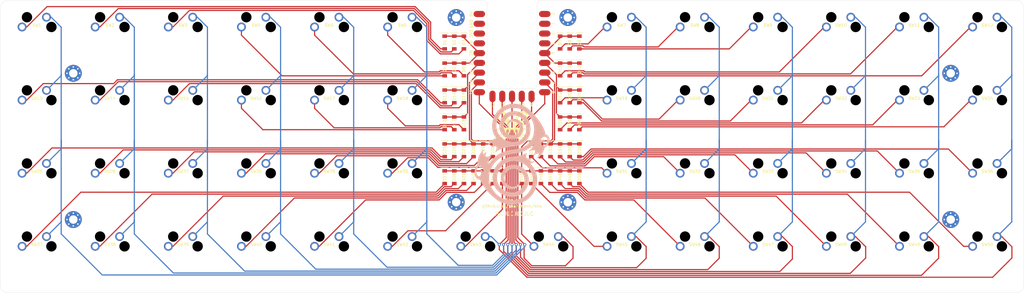
<source format=kicad_pcb>
(kicad_pcb (version 20221018) (generator pcbnew)
  (title_block (title "Sha MX") (date "2023-11-26") (rev "1.0") (company "skarrmann"))
  (layers (0 "F.Cu" power) (31 "B.Cu" jumper) (34 "B.Paste" user) (35 "F.Paste" user) (36 "B.SilkS" user "B.Silkscreen") (37 "F.SilkS" user "F.Silkscreen") (38 "B.Mask" user) (39 "F.Mask" user) (44 "Edge.Cuts" user))
  (net 0 "")
  (net 1 "GND")
  (net 2 "ROW1")
  (net 3 "Net-(D1-A)")
  (net 4 "Net-(D2-A)")
  (net 5 "Net-(D3-A)")
  (net 6 "Net-(D4-A)")
  (net 7 "Net-(D5-A)")
  (net 8 "Net-(D6-A)")
  (net 9 "Net-(D43-A)")
  (net 10 "Net-(D7-A)")
  (net 11 "Net-(D8-A)")
  (net 12 "VCC")
  (net 13 "Net-(D9-A)")
  (net 14 "Net-(D10-A)")
  (net 15 "Net-(D11-A)")
  (net 16 "Net-(D12-A)")
  (net 17 "ROW2")
  (net 18 "Net-(D13-A)")
  (net 19 "Net-(D14-A)")
  (net 20 "Net-(D15-A)")
  (net 27 "Net-(D16-A)")
  (net 28 "Net-(D17-A)")
  (net 30 "Net-(D18-A)")
  (net 31 "Net-(D44-A)")
  (net 32 "Net-(D19-A)")
  (net 33 "Net-(D20-A)")
  (net 34 "Net-(D21-A)")
  (net 35 "Net-(D22-A)")
  (net 36 "Net-(D23-A)")
  (net 37 "Net-(D24-A)")
  (net 38 "ROW3")
  (net 39 "Net-(D25-A)")
  (net 40 "Net-(D26-A)")
  (net 41 "Net-(D27-A)")
  (net 42 "Net-(D28-A)")
  (net 43 "Net-(D29-A)")
  (net 44 "Net-(D30-A)")
  (net 45 "Net-(D45-A)")
  (net 46 "Net-(D31-A)")
  (net 47 "Net-(D32-A)")
  (net 48 "Net-(D33-A)")
  (net 49 "Net-(D34-A)")
  (net 50 "Net-(D35-A)")
  (net 51 "Net-(D36-A)")
  (net 52 "ROW4")
  (net 53 "Net-(D37-A)")
  (net 54 "Net-(D38-A)")
  (net 55 "Net-(D39-A)")
  (net 56 "Net-(D40-A)")
  (net 57 "Net-(D41-A)")
  (net 58 "Net-(D42-A)")
  (net 59 "COL1")
  (net 60 "COL2")
  (net 61 "COL3")
  (net 62 "COL4")
  (net 63 "COL5")
  (net 64 "COL6")
  (net 66 "Net-(D46-A)")
  (net 67 "Net-(D47-A)")
  (net 68 "Net-(D48-A)")
  (net 70 "Net-(D49-A)")
  (net 71 "Net-(D50-A)")
  (net 72 "COL7")
  (net 73 "ROW5")
  (net 74 "ROW6")
  (net 75 "ROW7")
  (net 76 "ROW8")
  (footprint "sha-footprints:SW_MX_Reverse_Cutout" (layer "F.Cu") (at 272 65)
    (fp_text reference "SW12")
    (fp_text value "SW_Push")
  )
  (footprint "sha-footprints:D_SOD-123" (layer "F.Cu") (at 131 80.5 -90)
    (fp_text reference "D13")
    (fp_text value "D" hide)
  )
  (footprint "sha-footprints:SW_MX_Reverse_Cutout" (layer "F.Cu") (at 101 65)
    (fp_text reference "SW5")
    (fp_text value "SW_Push")
  )
  (footprint "sha-footprints:D_SOD-123" (layer "F.Cu") (at 138.5 101.5 -90)
    (fp_text reference "D40")
    (fp_text value "D" hide)
  )
  (footprint "sha-footprints:SW_MX_Reverse_Cutout" (layer "F.Cu") (at 272 103)
    (fp_text reference "SW36")
    (fp_text value "SW_Push")
  )
  (footprint "sha-footprints:D_SOD-123" (layer "F.Cu") (at 133.5 73.5 -90)
    (fp_text reference "D5")
    (fp_text value "D" hide)
  )
  (footprint "sha-footprints:SW_MX_Reverse_Cutout" (layer "F.Cu") (at 44 122)
    (fp_text reference "SW38")
    (fp_text value "SW_Push")
  )
  (footprint "sha-footprints:RP2040-Zero_SMD" (layer "F.Cu") (at 148.5 57.5)
    (fp_text reference "U1" hide)
    (fp_text value "RP2040-Zero")
  )
  (footprint "sha-footprints:D_SOD-123" (layer "F.Cu") (at 158.5 101.5 -90)
    (fp_text reference "D47")
    (fp_text value "D" hide)
  )
  (footprint "sha-footprints:SW_MX_Reverse_Cutout" (layer "F.Cu") (at 101 84.000001)
    (fp_text reference "SW17")
    (fp_text value "SW_Push")
  )
  (footprint "sha-footprints:D_SOD-123" (layer "F.Cu") (at 131 94.5 -90)
    (fp_text reference "D25")
    (fp_text value "D" hide)
  )
  (footprint "sha-footprints:SW_MX_Reverse_Cutout" (layer "F.Cu") (at 25 122)
    (fp_text reference "SW37")
    (fp_text value "SW_Push")
  )
  (footprint "sha-footprints:SW_MX_Reverse_Cutout" (layer "F.Cu") (at 215 103)
    (fp_text reference "SW33")
    (fp_text value "SW_Push")
  )
  (footprint "sha-footprints:D_SOD-123" (layer "F.Cu") (at 136 80.5 -90)
    (fp_text reference "D15")
    (fp_text value "D" hide)
  )
  (footprint "sha-footprints:SW_MX_Reverse_Cutout" (layer "F.Cu") (at 272 122)
    (fp_text reference "SW50")
    (fp_text value "SW_Push")
  )
  (footprint "sha-footprints:D_SOD-123" (layer "F.Cu") (at 161 94.5 -90)
    (fp_text reference "D34")
    (fp_text value "D" hide)
  )
  (footprint "sha-footprints:SW_MX_Reverse_Cutout" (layer "F.Cu") (at 25 65)
    (fp_text reference "SW1")
    (fp_text value "SW_Push")
  )
  (footprint "sha-footprints:D_SOD-123" (layer "F.Cu") (at 153.5 94.5 -90)
    (fp_text reference "D31")
    (fp_text value "D" hide)
  )
  (footprint "sha-footprints:Mount_M2" (layer "F.Cu") (at 34.5 74.5)
    (fp_text reference "H1" hide)
    (fp_text value "Hole_Pad" hide)
  )
  (footprint "sha-footprints:D_SOD-123" (layer "F.Cu") (at 166 87.5 -90)
    (fp_text reference "D24")
    (fp_text value "D" hide)
  )
  (footprint "sha-footprints:D_SOD-123" (layer "F.Cu") (at 163.5 80.5 -90)
    (fp_text reference "D20")
    (fp_text value "D" hide)
  )
  (footprint "sha-footprints:D_SOD-123" (layer "F.Cu") (at 163.5 87.5 -90)
    (fp_text reference "D23")
    (fp_text value "D" hide)
  )
  (footprint "sha-footprints:SW_MX_Reverse_Cutout" (layer "F.Cu") (at 120 103.000001)
    (fp_text reference "SW30")
    (fp_text value "SW_Push")
  )
  (footprint "sha-footprints:SW_MX_Reverse_Cutout" (layer "F.Cu") (at 139 122)
    (fp_text reference "SW43")
    (fp_text value "SW_Push")
  )
  (footprint "sha-footprints:D_SOD-123" (layer "F.Cu") (at 153.5 101.5 -90)
    (fp_text reference "D45")
    (fp_text value "D" hide)
  )
  (footprint "sha-footprints:D_SOD-123" (layer "F.Cu") (at 163.5 101.5 -90)
    (fp_text reference "D49")
    (fp_text value "D" hide)
  )
  (footprint "sha-footprints:D_SOD-123" (layer "F.Cu") (at 156 94.5 -90)
    (fp_text reference "D32")
    (fp_text value "D" hide)
  )
  (footprint "sha-footprints:SW_MX_Reverse_Cutout" (layer "F.Cu") (at 234 65.000001)
    (fp_text reference "SW10")
    (fp_text value "SW_Push")
  )
  (footprint "sha-footprints:D_SOD-123" (layer "F.Cu") (at 166 73.5 -90)
    (fp_text reference "D12")
    (fp_text value "D" hide)
  )
  (footprint "sha-footprints:SW_MX_Reverse_Cutout" (layer "F.Cu") (at 196 122)
    (fp_text reference "SW46")
    (fp_text value "SW_Push")
  )
  (footprint "sha-footprints:SW_MX_Reverse_Cutout" (layer "F.Cu") (at 120 122)
    (fp_text reference "SW42")
    (fp_text value "SW_Push")
  )
  (footprint "sha-footprints:Mount_M2" (layer "F.Cu") (at 134 60)
    (fp_text reference "H2" hide)
    (fp_text value "Hole_Pad" hide)
  )
  (footprint "sha-footprints:SW_MX_Reverse_Cutout" (layer "F.Cu") (at 25 103)
    (fp_text reference "SW25")
    (fp_text value "SW_Push")
  )
  (footprint "sha-footprints:SW_MX_Reverse_Cutout" (layer "F.Cu") (at 63 103.000001)
    (fp_text reference "SW27")
    (fp_text value "SW_Push")
  )
  (footprint "sha-footprints:SW_MX_Reverse_Cutout" (layer "F.Cu") (at 253 65)
    (fp_text reference "SW11")
    (fp_text value "SW_Push")
  )
  (footprint "sha-footprints:D_SOD-123" (layer "F.Cu") (at 131 73.5 -90)
    (fp_text reference "D4")
    (fp_text value "D" hide)
  )
  (footprint "sha-footprints:SW_MX_Reverse_Cutout" (layer "F.Cu") (at 253 122)
    (fp_text reference "SW49")
    (fp_text value "SW_Push")
  )
  (footprint "sha-footprints:Mount_M2" (layer "F.Cu") (at 163 108)
    (fp_text reference "H7" hide)
    (fp_text value "Hole_Pad" hide)
  )
  (footprint "sha-footprints:D_SOD-123" (layer "F.Cu") (at 166 80.5 -90)
    (fp_text reference "D21")
    (fp_text value "D" hide)
  )
  (footprint "sha-footprints:SW_MX_Reverse_Cutout" (layer "F.Cu") (at 215 84)
    (fp_text reference "SW21")
    (fp_text value "SW_Push")
  )
  (footprint "sha-footprints:D_SOD-123" (layer "F.Cu") (at 158.5 94.5 -90)
    (fp_text reference "D33")
    (fp_text value "D" hide)
  )
  (footprint "sha-footprints:D_SOD-123" (layer "F.Cu") (at 136 87.5 -90)
    (fp_text reference "D18")
    (fp_text value "D" hide)
  )
  (footprint "sha-footprints:SW_MX_Reverse_Cutout" (layer "F.Cu") (at 120 65)
    (fp_text reference "SW6")
    (fp_text value "SW_Push")
  )
  (footprint "sha-footprints:D_SOD-123" (layer "F.Cu") (at 161 66.5 -90)
    (fp_text reference "D7")
    (fp_text value "D" hide)
  )
  (footprint "sha-footprints:SW_MX_Reverse_Cutout" (layer "F.Cu") (at 82 122)
    (fp_text reference "SW40")
    (fp_text value "SW_Push")
  )
  (footprint "sha-footprints:SW_MX_Reverse_Cutout" (layer "F.Cu") (at 25 84)
    (fp_text reference "SW13")
    (fp_text value "SW_Push")
  )
  (footprint "sha-footprints:SW_MX_Reverse_Cutout" (layer "F.Cu") (at 177 65.000001)
    (fp_text reference "SW7")
    (fp_text value "SW_Push")
  )
  (footprint "sha-footprints:SW_MX_Reverse_Cutout" (layer "F.Cu") (at 177 84)
    (fp_text reference "SW19")
    (fp_text value "SW_Push")
  )
  (footprint "sha-footprints:D_SOD-123" (layer "F.Cu") (at 138.5 94.5 -90)
    (fp_text reference "D28")
    (fp_text value "D" hide)
  )
  (footprint "sha-footprints:SW_MX_Reverse_Cutout" (layer "F.Cu") (at 120 84.000001)
    (fp_text reference "SW18")
    (fp_text value "SW_Push")
  )
  (footprint "sha-footprints:D_SOD-123" (layer "F.Cu") (at 166 66.5 -90)
    (fp_text reference "D9")
    (fp_text value "D" hide)
  )
  (footprint "sha-footprints:SW_MX_Reverse_Cutout" (layer "F.Cu") (at 234 84)
    (fp_text reference "SW22")
    (fp_text value "SW_Push")
  )
  (footprint "sha-footprints:SW_MX_Reverse_Cutout" (layer "F.Cu") (at 82 84)
    (fp_text reference "SW16")
    (fp_text value "SW_Push")
  )
  (footprint "sha-footprints:Mount_M2" (layer "F.Cu") (at 262.5 112.5)
    (fp_text reference "H8" hide)
    (fp_text value "Hole_Pad" hide)
  )
  (footprint "sha-footprints:D_SOD-123" (layer "F.Cu") (at 136 66.5 -90)
    (fp_text reference "D3")
    (fp_text value "D" hide)
  )
  (footprint "sha-footprints:SW_MX_Reverse_Cutout" (layer "F.Cu") (at 82 65)
    (fp_text reference "SW4")
    (fp_text value "SW_Push")
  )
  (footprint "sha-footprints:D_SOD-123" (layer "F.Cu") (at 133.5 66.5 -90)
    (fp_text reference "D2")
    (fp_text value "D" hide)
  )
  (footprint "sha-footprints:D_SOD-123" (layer "F.Cu") (at 133.5 87.5 -90)
    (fp_text reference "D17")
    (fp_text value "D" hide)
  )
  (footprint "sha-footprints:SW_MX_Reverse_Cutout" (layer "F.Cu") (at 196 84)
    (fp_text reference "SW20")
    (fp_text value "SW_Push")
  )
  (footprint "sha-footprints:D_SOD-123" (layer "F.Cu") (at 133.5 101.5 -90)
    (fp_text reference "D38")
    (fp_text value "D" hide)
  )
  (footprint "sha-footprints:D_SOD-123" (layer "F.Cu") (at 156 101.5 -90)
    (fp_text reference "D46")
    (fp_text value "D" hide)
  )
  (footprint "sha-footprints:SW_MX_Reverse_Cutout" (layer "F.Cu") (at 177 122)
    (fp_text reference "SW45")
    (fp_text value "SW_Push")
  )
  (footprint "sha-footprints:Mount_M2" (layer "F.Cu") (at 163 60)
    (fp_text reference "H3" hide)
    (fp_text value "Hole_Pad" hide)
  )
  (footprint "sha-footprints:Mount_M2" (layer "F.Cu") (at 262.5 74.500001)
    (fp_text reference "H4" hide)
    (fp_text value "Hole_Pad" hide)
  )
  (footprint "sha-footprints:SW_MX_Reverse_Cutout" (layer "F.Cu") (at 63 65)
    (fp_text reference "SW3")
    (fp_text value "SW_Push")
  )
  (footprint "sha-footprints:D_SOD-123" (layer "F.Cu") (at 131 101.5 -90)
    (fp_text reference "D37")
    (fp_text value "D" hide)
  )
  (footprint "sha-footprints:D_SOD-123" (layer "F.Cu") (at 163.5 94.5 -90)
    (fp_text reference "D35")
    (fp_text value "D" hide)
  )
  (footprint "sha-footprints:D_SOD-123" (layer "F.Cu") (at 136 94.5 -90)
    (fp_text reference "D27")
    (fp_text value "D" hide)
  )
  (footprint "sha-footprints:SW_MX_Reverse_Cutout" (layer "F.Cu") (at 63 84)
    (fp_text reference "SW15")
    (fp_text value "SW_Push")
  )
  (footprint "sha-footprints:D_SOD-123" (layer "F.Cu") (at 166 94.5 -90)
    (fp_text reference "D36")
    (fp_text value "D" hide)
  )
  (footprint "sha-footprints:SW_MX_Reverse_Cutout" (layer "F.Cu") (at 82 103.000001)
    (fp_text reference "SW28")
    (fp_text value "SW_Push")
  )
  (footprint "sha-footprints:SW_MX_Reverse_Cutout" (layer "F.Cu") (at 44 65)
    (fp_text reference "SW2")
    (fp_text value "SW_Push")
  )
  (footprint "sha-footprints:SW_MX_Reverse_Cutout" (layer "F.Cu") (at 101 122)
    (fp_text reference "SW41")
    (fp_text value "SW_Push")
  )
  (footprint "sha-footprints:SW_MX_Reverse_Cutout" (layer "F.Cu") (at 215 122)
    (fp_text reference "SW47")
    (fp_text value "SW_Push")
  )
  (footprint "sha-footprints:D_SOD-123" (layer "F.Cu") (at 161 101.5 -90)
    (fp_text reference "D48")
    (fp_text value "D" hide)
  )
  (footprint "sha-footprints:D_SOD-123" (layer "F.Cu") (at 161 87.5 -90)
    (fp_text reference "D22")
    (fp_text value "D" hide)
  )
  (footprint "sha-footprints:SW_MX_Reverse_Cutout" (layer "F.Cu") (at 234 122)
    (fp_text reference "SW48")
    (fp_text value "SW_Push")
  )
  (footprint "sha-footprints:D_SOD-123" (layer "F.Cu") (at 136 73.5 -90)
    (fp_text reference "D6")
    (fp_text value "D" hide)
  )
  (footprint "sha-footprints:D_SOD-123" (layer "F.Cu") (at 131 87.5 -90)
    (fp_text reference "D16")
    (fp_text value "D" hide)
  )
  (footprint "sha-footprints:SW_MX_Reverse_Cutout" (layer "F.Cu") (at 63 122)
    (fp_text reference "SW39")
    (fp_text value "SW_Push")
  )
  (footprint "sha-footprints:Mount_M2" (layer "F.Cu") (at 34.5 112.5)
    (fp_text reference "H5" hide)
    (fp_text value "Hole_Pad" hide)
  )
  (footprint "sha-footprints:SW_MX_Reverse_Cutout" (layer "F.Cu") (at 158 122)
    (fp_text reference "SW44")
    (fp_text value "SW_Push")
  )
  (footprint "sha-footprints:D_SOD-123" (layer "F.Cu") (at 161 80.5 -90)
    (fp_text reference "D19")
    (fp_text value "D" hide)
  )
  (footprint "sha-footprints:D_SOD-123" (layer "F.Cu") (at 141 101.5 -90)
    (fp_text reference "D41")
    (fp_text value "D" hide)
  )
  (footprint "sha-footprints:Logo_Sha_Name" (layer "F.Cu") (at 148.5 88)
    (fp_text reference "LOGO2" hide)
    (fp_text value "Logo" hide)
  )
  (footprint "sha-footprints:D_SOD-123" (layer "F.Cu") (at 133.5 80.5 -90)
    (fp_text reference "D14")
    (fp_text value "D" hide)
  )
  (footprint "sha-footprints:SW_MX_Reverse_Cutout" (layer "F.Cu") (at 196 65.000001)
    (fp_text reference "SW8")
    (fp_text value "SW_Push")
  )
  (footprint "sha-footprints:D_SOD-123" (layer "F.Cu") (at 166 101.5 -90)
    (fp_text reference "D50")
    (fp_text value "D" hide)
  )
  (footprint "sha-footprints:D_SOD-123" (layer "F.Cu") (at 136 101.5 -90)
    (fp_text reference "D39")
    (fp_text value "D" hide)
  )
  (footprint "sha-footprints:SW_MX_Reverse_Cutout" (layer "F.Cu") (at 253 103)
    (fp_text reference "SW35")
    (fp_text value "SW_Push")
  )
  (footprint "sha-footprints:SW_MX_Reverse_Cutout" (layer "F.Cu") (at 196 103)
    (fp_text reference "SW32")
    (fp_text value "SW_Push")
  )
  (footprint "sha-footprints:SW_MX_Reverse_Cutout" (layer "F.Cu") (at 177 103)
    (fp_text reference "SW31")
    (fp_text value "SW_Push")
  )
  (footprint "sha-footprints:SW_MX_Reverse_Cutout" (layer "F.Cu") (at 272 84)
    (fp_text reference "SW24")
    (fp_text value "SW_Push")
  )
  (footprint "sha-footprints:D_SOD-123" (layer "F.Cu") (at 146 101.5 -90)
    (fp_text reference "D43")
    (fp_text value "D" hide)
  )
  (footprint "sha-footprints:D_SOD-123" (layer "F.Cu") (at 151 101.5 -90)
    (fp_text reference "D44")
    (fp_text value "D" hide)
  )
  (footprint "sha-footprints:D_SOD-123" (layer "F.Cu") (at 143.5 94.5 -90)
    (fp_text reference "D30")
    (fp_text value "D" hide)
  )
  (footprint "sha-footprints:SW_MX_Reverse_Cutout" (layer "F.Cu") (at 234 103)
    (fp_text reference "SW34")
    (fp_text value "SW_Push")
  )
  (footprint "sha-footprints:D_SOD-123" (layer "F.Cu") (at 131 66.5 -90)
    (fp_text reference "D1")
    (fp_text value "D" hide)
  )
  (footprint "sha-footprints:D_SOD-123" (layer "F.Cu") (at 143.5 101.5 -90)
    (fp_text reference "D42")
    (fp_text value "D" hide)
  )
  (footprint "sha-footprints:SW_MX_Reverse_Cutout" (layer "F.Cu") (at 215 65.000001)
    (fp_text reference "SW9")
    (fp_text value "SW_Push")
  )
  (footprint "sha-footprints:D_SOD-123" (layer "F.Cu") (at 133.5 94.5 -90)
    (fp_text reference "D26")
    (fp_text value "D" hide)
  )
  (footprint "sha-footprints:SW_MX_Reverse_Cutout" (layer "F.Cu") (at 44 103)
    (fp_text reference "SW26")
    (fp_text value "SW_Push")
  )
  (footprint "sha-footprints:D_SOD-123" (layer "F.Cu") (at 161 73.5 -90)
    (fp_text reference "D10")
    (fp_text value "D" hide)
  )
  (footprint "sha-footprints:D_SOD-123" (layer "F.Cu") (at 141 94.5 -90)
    (fp_text reference "D29")
    (fp_text value "D" hide)
  )
  (footprint "sha-footprints:D_SOD-123" (layer "F.Cu") (at 163.5 66.5 -90)
    (fp_text reference "D8")
    (fp_text value "D" hide)
  )
  (footprint "sha-footprints:SW_MX_Reverse_Cutout" (layer "F.Cu") (at 44 84)
    (fp_text reference "SW14")
    (fp_text value "SW_Push")
  )
  (footprint "sha-footprints:D_SOD-123" (layer "F.Cu") (at 163.5 73.5 -90)
    (fp_text reference "D11")
    (fp_text value "D" hide)
  )
  (footprint "sha-footprints:SW_MX_Reverse_Cutout" (layer "F.Cu") (at 101 103.000001)
    (fp_text reference "SW29")
    (fp_text value "SW_Push")
  )
  (footprint "sha-footprints:SW_MX_Reverse_Cutout" (layer "F.Cu") (at 253 84)
    (fp_text reference "SW23")
    (fp_text value "SW_Push")
  )
  (footprint "sha-footprints:Mount_M2" (layer "F.Cu") (at 134 108)
    (fp_text reference "H6" hide)
    (fp_text value "Hole_Pad" hide)
  )
  (footprint "sha-footprints:Logo_Sha" (layer "B.Cu") (at 148.5 95.5 180)
    (fp_text reference "LOGO1" hide)
    (fp_text value "Logo" hide)
  )
  (gr_arc (start 143 78.5) (mid 142.292893 78.207107) (end 142 77.5) (stroke (width 0.05)) (layer "Edge.Cuts"))
  (gr_arc (start 141 55.5) (mid 141.707107 55.792893) (end 142 56.5) (stroke (width 0.05)) (layer "Edge.Cuts"))
  (gr_line (start 281.5 129.500001) (end 281.5 57.500001) (stroke (width 0.05)) (layer "Edge.Cuts"))
  (gr_line (start 156.000001 55.5) (end 279.5 55.500001) (stroke (width 0.05)) (layer "Edge.Cuts"))
  (gr_arc (start 17.5 131.5) (mid 16.085786 130.914214) (end 15.5 129.5) (stroke (width 0.05)) (layer "Edge.Cuts"))
  (gr_arc (start 281.5 129.500001) (mid 280.914213 130.914214) (end 279.5 131.500001) (stroke (width 0.05)) (layer "Edge.Cuts"))
  (gr_arc (start 155 56.5) (mid 155.292894 55.792893) (end 156.000001 55.5) (stroke (width 0.05)) (layer "Edge.Cuts"))
  (gr_line (start 15.5 57.5) (end 15.5 129.5) (stroke (width 0.05)) (layer "Edge.Cuts"))
  (gr_line (start 142 56.5) (end 142 77.5) (stroke (width 0.05)) (layer "Edge.Cuts"))
  (gr_arc (start 155 77.5) (mid 154.707107 78.207107) (end 154 78.5) (stroke (width 0.05)) (layer "Edge.Cuts"))
  (gr_arc (start 15.5 57.5) (mid 16.085786 56.085786) (end 17.5 55.5) (stroke (width 0.05)) (layer "Edge.Cuts"))
  (gr_line (start 155 56.5) (end 155 77.5) (stroke (width 0.05)) (layer "Edge.Cuts"))
  (gr_line (start 17.5 55.5) (end 141 55.5) (stroke (width 0.05)) (layer "Edge.Cuts"))
  (gr_arc (start 279.5 55.500001) (mid 280.914213 56.085787) (end 281.5 57.500001) (stroke (width 0.05)) (layer "Edge.Cuts"))
  (gr_line (start 17.5 131.5) (end 279.5 131.500001) (stroke (width 0.05)) (layer "Edge.Cuts"))
  (gr_line (start 143 78.5) (end 154 78.5) (stroke (width 0.05)) (layer "Edge.Cuts"))
  (gr_text "Sha 1.0" (at 149 107.5) (layer "F.SilkS") (effects (font (size 0.75 0.75))))
  (gr_text "JLCJLCJLCJLC" (at 149 111) (layer "F.SilkS") (effects (font (size 1 1))))
  (gr_text "github.com/skarrmann/sha" (at 148.5 109) (layer "F.SilkS") (effects (font (size 0.75 0.75))))
  (segment (start 131 71.85) (end 136 71.85) (width 0.3) (layer "F.Cu") (net 2))
  (segment (start 136 64.85) (end 131 64.85) (width 0.3) (layer "F.Cu") (net 2))
  (segment (start 137.4 71.85) (end 136 71.85) (width 0.3) (layer "F.Cu") (net 2))
  (segment (start 140 69.25) (end 136 65.25) (width 0.3) (layer "F.Cu") (net 2))
  (segment (start 140 69.25) (end 137.4 71.85) (width 0.3) (layer "F.Cu") (net 2))
  (segment (start 136 65.25) (end 136 64.85) (width 0.3) (layer "F.Cu") (net 2))
  (segment (start 131 68.15) (end 129.957106 68.15) (width 0.3) (layer "F.Cu") (net 3))
  (segment (start 22.394874 62.46) (end 21.19 62.46) (width 0.3) (layer "F.Cu") (net 3))
  (segment (start 129.957106 68.15) (end 127.355 65.547894) (width 0.3) (layer "F.Cu") (net 3))
  (segment (start 127.355 65.547894) (end 127.355 61.199467) (width 0.3) (layer "F.Cu") (net 3))
  (segment (start 123.325535 57.17) (end 27.684874 57.17) (width 0.3) (layer "F.Cu") (net 3))
  (segment (start 27.684874 57.17) (end 22.394874 62.46) (width 0.3) (layer "F.Cu") (net 3))
  (segment (start 127.355 61.199467) (end 123.325535 57.17) (width 0.3) (layer "F.Cu") (net 3))
  (segment (start 133.5 68.15) (end 132.7 68.95) (width 0.3) (layer "F.Cu") (net 4))
  (segment (start 126.855 65.755) (end 126.855 61.406573) (width 0.3) (layer "F.Cu") (net 4))
  (segment (start 130.05 68.95) (end 126.855 65.755) (width 0.3) (layer "F.Cu") (net 4))
  (segment (start 41.394874 62.46) (end 40.19 62.46) (width 0.3) (layer "F.Cu") (net 4))
  (segment (start 126.855 61.406573) (end 123.118428 57.67) (width 0.3) (layer "F.Cu") (net 4))
  (segment (start 46.184874 57.67) (end 41.394874 62.46) (width 0.3) (layer "F.Cu") (net 4))
  (segment (start 132.7 68.95) (end 130.05 68.95) (width 0.3) (layer "F.Cu") (net 4))
  (segment (start 123.118428 57.67) (end 46.184874 57.67) (width 0.3) (layer "F.Cu") (net 4))
  (segment (start 134.7 69.45) (end 129.842894 69.45) (width 0.3) (layer "F.Cu") (net 5))
  (segment (start 126.355 61.613679) (end 122.911321 58.17) (width 0.3) (layer "F.Cu") (net 5))
  (segment (start 64.684874 58.17) (end 60.394874 62.46) (width 0.3) (layer "F.Cu") (net 5))
  (segment (start 126.355 65.962106) (end 126.355 61.613679) (width 0.3) (layer "F.Cu") (net 5))
  (segment (start 129.842894 69.45) (end 126.355 65.962106) (width 0.3) (layer "F.Cu") (net 5))
  (segment (start 122.911321 58.17) (end 64.684874 58.17) (width 0.3) (layer "F.Cu") (net 5))
  (segment (start 60.394874 62.46) (end 59.19 62.46) (width 0.3) (layer "F.Cu") (net 5))
  (segment (start 136 68.15) (end 134.7 69.45) (width 0.3) (layer "F.Cu") (net 5))
  (segment (start 131 75.15) (end 88.755887 75.15) (width 0.3) (layer "F.Cu") (net 6))
  (segment (start 78.19 64.584113) (end 78.19 62.46) (width 0.3) (layer "F.Cu") (net 6))
  (segment (start 88.755887 75.15) (end 78.19 64.584113) (width 0.3) (layer "F.Cu") (net 6))
  (segment (start 132.7 74.35) (end 130.05 74.35) (width 0.3) (layer "F.Cu") (net 7))
  (segment (start 129.75 74.65) (end 107.255887 74.65) (width 0.3) (layer "F.Cu") (net 7))
  (segment (start 107.255887 74.65) (end 97.19 64.584113) (width 0.3) (layer "F.Cu") (net 7))
  (segment (start 133.5 75.15) (end 132.7 74.35) (width 0.3) (layer "F.Cu") (net 7))
  (segment (start 97.19 64.584113) (end 97.19 62.46) (width 0.3) (layer "F.Cu") (net 7))
  (segment (start 130.05 74.35) (end 129.75 74.65) (width 0.3) (layer "F.Cu") (net 7))
  (segment (start 129.542894 74.15) (end 125.755887 74.15) (width 0.3) (layer "F.Cu") (net 8))
  (segment (start 134.7 73.85) (end 129.842894 73.85) (width 0.3) (layer "F.Cu") (net 8))
  (segment (start 125.755887 74.15) (end 116.19 64.584113) (width 0.3) (layer "F.Cu") (net 8))
  (segment (start 116.19 64.584113) (end 116.19 62.46) (width 0.3) (layer "F.Cu") (net 8))
  (segment (start 129.842894 73.85) (end 129.542894 74.15) (width 0.3) (layer "F.Cu") (net 8))
  (segment (start 136 75.15) (end 134.7 73.85) (width 0.3) (layer "F.Cu") (net 8))
  (segment (start 136.394874 119.46) (end 135.19 119.46) (width 0.3) (layer "F.Cu") (net 9))
  (segment (start 146 103.15) (end 146 109.854874) (width 0.3) (layer "F.Cu") (net 9))
  (segment (start 146 109.854874) (end 136.394874 119.46) (width 0.3) (layer "F.Cu") (net 9))
  (segment (start 162.3 66.85) (end 168.266879 66.85) (width 0.3) (layer "F.Cu") (net 10))
  (segment (start 168.266879 66.85) (end 172.656878 62.460001) (width 0.3) (layer "F.Cu") (net 10))
  (segment (start 172.656878 62.460001) (end 173.19 62.460001) (width 0.3) (layer "F.Cu") (net 10))
  (segment (start 161 68.15) (end 162.3 66.85) (width 0.3) (layer "F.Cu") (net 10))
  (segment (start 164.3 67.35) (end 166.95 67.35) (width 0.3) (layer "F.Cu") (net 11))
  (segment (start 163.5 68.15) (end 164.3 67.35) (width 0.3) (layer "F.Cu") (net 11))
  (segment (start 167.25 67.65) (end 186.466879 67.65) (width 0.3) (layer "F.Cu") (net 11))
  (segment (start 186.466879 67.65) (end 191.656878 62.460001) (width 0.3) (layer "F.Cu") (net 11))
  (segment (start 191.656878 62.460001) (end 192.19 62.460001) (width 0.3) (layer "F.Cu") (net 11))
  (segment (start 166.95 67.35) (end 167.25 67.65) (width 0.3) (layer "F.Cu") (net 11))
  (segment (start 166 68.15) (end 204.966879 68.15) (width 0.3) (layer "F.Cu") (net 13))
  (segment (start 204.966879 68.15) (end 210.656878 62.460001) (width 0.3) (layer "F.Cu") (net 13))
  (segment (start 210.656878 62.460001) (end 211.19 62.460001) (width 0.3) (layer "F.Cu") (net 13))
  (segment (start 167.157106 73.85) (end 167.457106 74.15) (width 0.3) (layer "F.Cu") (net 14))
  (segment (start 217.966879 74.15) (end 229.656878 62.460001) (width 0.3) (layer "F.Cu") (net 14))
  (segment (start 229.656878 62.460001) (end 230.19 62.460001) (width 0.3) (layer "F.Cu") (net 14))
  (segment (start 167.457106 74.15) (end 217.966879 74.15) (width 0.3) (layer "F.Cu") (net 14))
  (segment (start 162.3 73.85) (end 167.157106 73.85) (width 0.3) (layer "F.Cu") (net 14))
  (segment (start 161 75.15) (end 162.3 73.85) (width 0.3) (layer "F.Cu") (net 14))
  (segment (start 248.656878 62.46) (end 249.19 62.46) (width 0.3) (layer "F.Cu") (net 15))
  (segment (start 163.5 75.15) (end 164.3 74.35) (width 0.3) (layer "F.Cu") (net 15))
  (segment (start 166.95 74.35) (end 167.25 74.65) (width 0.3) (layer "F.Cu") (net 15))
  (segment (start 164.3 74.35) (end 166.95 74.35) (width 0.3) (layer "F.Cu") (net 15))
  (segment (start 236.466878 74.65) (end 248.656878 62.46) (width 0.3) (layer "F.Cu") (net 15))
  (segment (start 167.25 74.65) (end 236.466878 74.65) (width 0.3) (layer "F.Cu") (net 15))
  (segment (start 267.656878 62.46) (end 268.19 62.46) (width 0.3) (layer "F.Cu") (net 16))
  (segment (start 166 75.15) (end 254.966878 75.15) (width 0.3) (layer "F.Cu") (net 16))
  (segment (start 254.966878 75.15) (end 267.656878 62.46) (width 0.3) (layer "F.Cu") (net 16))
  (segment (start 159.6 71.85) (end 161 71.85) (width 0.3) (layer "F.Cu") (net 17))
  (segment (start 157 69.25) (end 159.6 71.85) (width 0.3) (layer "F.Cu") (net 17))
  (segment (start 157 69.25) (end 161 65.25) (width 0.3) (layer "F.Cu") (net 17))
  (segment (start 161 65.25) (end 161 64.85) (width 0.3) (layer "F.Cu") (net 17))
  (segment (start 166 71.85) (end 161 71.85) (width 0.3) (layer "F.Cu") (net 17))
  (segment (start 166 64.85) (end 161 64.85) (width 0.3) (layer "F.Cu") (net 17))
  (segment (start 26.684874 77.17) (end 22.394874 81.46) (width 0.3) (layer "F.Cu") (net 18))
  (segment (start 129.957106 82.15) (end 123.977109 76.170001) (width 0.3) (layer "F.Cu") (net 18))
  (segment (start 45.977767 76.170001) (end 44.977768 77.17) (width 0.3) (layer "F.Cu") (net 18))
  (segment (start 22.394874 81.46) (end 21.19 81.46) (width 0.3) (layer "F.Cu") (net 18))
  (segment (start 131 82.15) (end 129.957106 82.15) (width 0.3) (layer "F.Cu") (net 18))
  (segment (start 44.977768 77.17) (end 26.684874 77.17) (width 0.3) (layer "F.Cu") (net 18))
  (segment (start 123.977109 76.170001) (end 45.977767 76.170001) (width 0.3) (layer "F.Cu") (net 18))
  (segment (start 130.05 82.95) (end 123.770002 76.670001) (width 0.3) (layer "F.Cu") (net 19))
  (segment (start 133.5 82.15) (end 132.7 82.95) (width 0.3) (layer "F.Cu") (net 19))
  (segment (start 46.184873 76.670001) (end 41.394874 81.46) (width 0.3) (layer "F.Cu") (net 19))
  (segment (start 132.7 82.95) (end 130.05 82.95) (width 0.3) (layer "F.Cu") (net 19))
  (segment (start 123.770002 76.670001) (end 46.184873 76.670001) (width 0.3) (layer "F.Cu") (net 19))
  (segment (start 41.394874 81.46) (end 40.19 81.46) (width 0.3) (layer "F.Cu") (net 19))
  (segment (start 134.7 83.45) (end 129.842894 83.45) (width 0.3) (layer "F.Cu") (net 20))
  (segment (start 64.684873 77.170001) (end 60.394874 81.46) (width 0.3) (layer "F.Cu") (net 20))
  (segment (start 123.562895 77.170001) (end 64.684873 77.170001) (width 0.3) (layer "F.Cu") (net 20))
  (segment (start 60.394874 81.46) (end 59.19 81.46) (width 0.3) (layer "F.Cu") (net 20))
  (segment (start 136 82.15) (end 134.7 83.45) (width 0.3) (layer "F.Cu") (net 20))
  (segment (start 129.842894 83.45) (end 123.562895 77.170001) (width 0.3) (layer "F.Cu") (net 20))
  (segment (start 131 89.15) (end 83.755887 89.15) (width 0.3) (layer "F.Cu") (net 27))
  (segment (start 83.755887 89.15) (end 78.19 83.584113) (width 0.3) (layer "F.Cu") (net 27))
  (segment (start 78.19 83.584113) (end 78.19 81.46) (width 0.3) (layer "F.Cu") (net 27))
  (segment (start 130.05 88.35) (end 129.75 88.65) (width 0.3) (layer "F.Cu") (net 28))
  (segment (start 133.5 89.15) (end 132.7 88.35) (width 0.3) (layer "F.Cu") (net 28))
  (segment (start 97.19 83.584114) (end 97.19 81.460001) (width 0.3) (layer "F.Cu") (net 28))
  (segment (start 129.75 88.65) (end 102.255886 88.65) (width 0.3) (layer "F.Cu") (net 28))
  (segment (start 132.7 88.35) (end 130.05 88.35) (width 0.3) (layer "F.Cu") (net 28))
  (segment (start 102.255886 88.65) (end 97.19 83.584114) (width 0.3) (layer "F.Cu") (net 28))
  (segment (start 129.542894 88.15) (end 120.755886 88.15) (width 0.3) (layer "F.Cu") (net 30))
  (segment (start 120.755886 88.15) (end 116.19 83.584114) (width 0.3) (layer "F.Cu") (net 30))
  (segment (start 129.842894 87.85) (end 129.542894 88.15) (width 0.3) (layer "F.Cu") (net 30))
  (segment (start 136 89.15) (end 134.7 87.85) (width 0.3) (layer "F.Cu") (net 30))
  (segment (start 116.19 83.584114) (end 116.19 81.460001) (width 0.3) (layer "F.Cu") (net 30))
  (segment (start 134.7 87.85) (end 129.842894 87.85) (width 0.3) (layer "F.Cu") (net 30))
  (segment (start 151 103.15) (end 151 116.27) (width 0.3) (layer "F.Cu") (net 31))
  (segment (start 151 116.27) (end 154.19 119.46) (width 0.3) (layer "F.Cu") (net 31))
  (segment (start 162.3 80.85) (end 172.58 80.85) (width 0.3) (layer "F.Cu") (net 32))
  (segment (start 172.58 80.85) (end 173.19 81.46) (width 0.3) (layer "F.Cu") (net 32))
  (segment (start 161 82.15) (end 162.3 80.85) (width 0.3) (layer "F.Cu") (net 32))
  (segment (start 163.5 82.15) (end 164.3 81.35) (width 0.3) (layer "F.Cu") (net 33))
  (segment (start 191.656878 81.46) (end 192.19 81.46) (width 0.3) (layer "F.Cu") (net 33))
  (segment (start 166.95 81.35) (end 172 86.4) (width 0.3) (layer "F.Cu") (net 33))
  (segment (start 172 86.4) (end 186.716878 86.4) (width 0.3) (layer "F.Cu") (net 33))
  (segment (start 164.3 81.35) (end 166.95 81.35) (width 0.3) (layer "F.Cu") (net 33))
  (segment (start 186.716878 86.4) (end 191.656878 81.46) (width 0.3) (layer "F.Cu") (net 33))
  (segment (start 171.792894 86.9) (end 205.216878 86.9) (width 0.3) (layer "F.Cu") (net 34))
  (segment (start 167.042894 82.15) (end 171.792894 86.9) (width 0.3) (layer "F.Cu") (net 34))
  (segment (start 210.656878 81.46) (end 211.19 81.46) (width 0.3) (layer "F.Cu") (net 34))
  (segment (start 205.216878 86.9) (end 210.656878 81.46) (width 0.3) (layer "F.Cu") (net 34))
  (segment (start 166 82.15) (end 167.042894 82.15) (width 0.3) (layer "F.Cu") (net 34))
  (segment (start 229.656878 81.46) (end 230.19 81.46) (width 0.3) (layer "F.Cu") (net 35))
  (segment (start 223.716878 87.4) (end 229.656878 81.46) (width 0.3) (layer "F.Cu") (net 35))
  (segment (start 161 89.15) (end 162.75 87.4) (width 0.3) (layer "F.Cu") (net 35))
  (segment (start 162.75 87.4) (end 223.716878 87.4) (width 0.3) (layer "F.Cu") (net 35))
  (segment (start 163.5 89.15) (end 164.75 87.9) (width 0.3) (layer "F.Cu") (net 36))
  (segment (start 164.75 87.9) (end 242.216878 87.9) (width 0.3) (layer "F.Cu") (net 36))
  (segment (start 248.656878 81.46) (end 249.19 81.46) (width 0.3) (layer "F.Cu") (net 36))
  (segment (start 242.216878 87.9) (end 248.656878 81.46) (width 0.3) (layer "F.Cu") (net 36))
  (segment (start 166 89.15) (end 166.75 88.4) (width 0.3) (layer "F.Cu") (net 37))
  (segment (start 166.75 88.4) (end 260.716878 88.4) (width 0.3) (layer "F.Cu") (net 37))
  (segment (start 267.656878 81.46) (end 268.19 81.46) (width 0.3) (layer "F.Cu") (net 37))
  (segment (start 260.716878 88.4) (end 267.656878 81.46) (width 0.3) (layer "F.Cu") (net 37))
  (segment (start 136 85.85) (end 131 85.85) (width 0.3) (layer "F.Cu") (net 38))
  (segment (start 136.95 77.9) (end 136.95 84.9) (width 0.3) (layer "F.Cu") (net 38))
  (segment (start 140 71.79) (end 136.95 74.84) (width 0.3) (layer "F.Cu") (net 38))
  (segment (start 136.95 77.9) (end 136 78.85) (width 0.3) (layer "F.Cu") (net 38))
  (segment (start 136 78.85) (end 131 78.85) (width 0.3) (layer "F.Cu") (net 38))
  (segment (start 136.95 84.9) (end 136 85.85) (width 0.3) (layer "F.Cu") (net 38))
  (segment (start 136.95 74.84) (end 136.95 77.9) (width 0.3) (layer "F.Cu") (net 38))
  (segment (start 129.957106 96.15) (end 127.707106 93.9) (width 0.3) (layer "F.Cu") (net 39))
  (segment (start 131 96.15) (end 129.957106 96.15) (width 0.3) (layer "F.Cu") (net 39))
  (segment (start 127.707106 93.9) (end 28.954874 93.9) (width 0.3) (layer "F.Cu") (net 39))
  (segment (start 28.954874 93.9) (end 22.394874 100.46) (width 0.3) (layer "F.Cu") (net 39))
  (segment (start 22.394874 100.46) (end 21.19 100.46) (width 0.3) (layer "F.Cu") (net 39))
  (segment (start 133.5 96.15) (end 132.7 96.95) (width 0.3) (layer "F.Cu") (net 40))
  (segment (start 47.454874 94.4) (end 41.394874 100.46) (width 0.3) (layer "F.Cu") (net 40))
  (segment (start 41.394874 100.46) (end 40.19 100.46) (width 0.3) (layer "F.Cu") (net 40))
  (segment (start 132.7 96.95) (end 130.05 96.95) (width 0.3) (layer "F.Cu") (net 40))
  (segment (start 130.05 96.95) (end 127.5 94.4) (width 0.3) (layer "F.Cu") (net 40))
  (segment (start 127.5 94.4) (end 47.454874 94.4) (width 0.3) (layer "F.Cu") (net 40))
  (segment (start 134.7 97.45) (end 129.842894 97.45) (width 0.3) (layer "F.Cu") (net 41))
  (segment (start 129.842894 97.45) (end 127.292893 94.9) (width 0.3) (layer "F.Cu") (net 41))
  (segment (start 136 96.15) (end 134.7 97.45) (width 0.3) (layer "F.Cu") (net 41))
  (segment (start 65.954875 94.9) (end 60.394874 100.460001) (width 0.3) (layer "F.Cu") (net 41))
  (segment (start 60.394874 100.460001) (end 59.19 100.460001) (width 0.3) (layer "F.Cu") (net 41))
  (segment (start 127.292893 94.9) (end 65.954875 94.9) (width 0.3) (layer "F.Cu") (net 41))
  (segment (start 84.454875 95.4) (end 79.394874 100.460001) (width 0.3) (layer "F.Cu") (net 42))
  (segment (start 138.5 96.15) (end 136.7 97.95) (width 0.3) (layer "F.Cu") (net 42))
  (segment (start 136.7 97.95) (end 129.635787 97.95) (width 0.3) (layer "F.Cu") (net 42))
  (segment (start 129.635787 97.95) (end 127.085787 95.4) (width 0.3) (layer "F.Cu") (net 42))
  (segment (start 127.085787 95.4) (end 84.454875 95.4) (width 0.3) (layer "F.Cu") (net 42))
  (segment (start 79.394874 100.460001) (end 78.19 100.460001) (width 0.3) (layer "F.Cu") (net 42))
  (segment (start 138.7 98.45) (end 129.42868 98.45) (width 0.3) (layer "F.Cu") (net 43))
  (segment (start 126.898681 95.920001) (end 102.934874 95.920001) (width 0.3) (layer "F.Cu") (net 43))
  (segment (start 98.394874 100.460001) (end 97.19 100.460001) (width 0.3) (layer "F.Cu") (net 43))
  (segment (start 102.934874 95.920001) (end 98.394874 100.460001) (width 0.3) (layer "F.Cu") (net 43))
  (segment (start 129.42868 98.45) (end 126.898681 95.920001) (width 0.3) (layer "F.Cu") (net 43))
  (segment (start 141 96.15) (end 138.7 98.45) (width 0.3) (layer "F.Cu") (net 43))
  (segment (start 126.691575 96.420001) (end 121.434874 96.420001) (width 0.3) (layer "F.Cu") (net 44))
  (segment (start 143.5 96.15) (end 140.7 98.95) (width 0.3) (layer "F.Cu") (net 44))
  (segment (start 121.434874 96.420001) (end 117.394874 100.460001) (width 0.3) (layer "F.Cu") (net 44))
  (segment (start 129.221574 98.95) (end 126.691575 96.420001) (width 0.3) (layer "F.Cu") (net 44))
  (segment (start 117.394874 100.460001) (end 116.19 100.460001) (width 0.3) (layer "F.Cu") (net 44))
  (segment (start 140.7 98.95) (end 129.221574 98.95) (width 0.3) (layer "F.Cu") (net 44))
  (segment (start 169.81 119.46) (end 173.19 119.46) (width 0.3) (layer "F.Cu") (net 45))
  (segment (start 153.5 103.15) (end 169.81 119.46) (width 0.3) (layer "F.Cu") (net 45))
  (segment (start 171.78 99.05) (end 173.19 100.46) (width 0.3) (layer "F.Cu") (net 46))
  (segment (start 153.5 96.15) (end 156.4 99.05) (width 0.3) (layer "F.Cu") (net 46))
  (segment (start 156.4 99.05) (end 171.78 99.05) (width 0.3) (layer "F.Cu") (net 46))
  (segment (start 187.9 96.17) (end 192.19 100.46) (width 0.3) (layer "F.Cu") (net 47))
  (segment (start 158.4 98.55) (end 167.471318 98.55) (width 0.3) (layer "F.Cu") (net 47))
  (segment (start 167.471318 98.55) (end 169.851318 96.17) (width 0.3) (layer "F.Cu") (net 47))
  (segment (start 169.851318 96.17) (end 187.9 96.17) (width 0.3) (layer "F.Cu") (net 47))
  (segment (start 156 96.15) (end 158.4 98.55) (width 0.3) (layer "F.Cu") (net 47))
  (segment (start 206.4 95.67) (end 211.19 100.46) (width 0.3) (layer "F.Cu") (net 48))
  (segment (start 158.5 96.15) (end 160.4 98.05) (width 0.3) (layer "F.Cu") (net 48))
  (segment (start 167.264212 98.05) (end 169.644212 95.67) (width 0.3) (layer "F.Cu") (net 48))
  (segment (start 160.4 98.05) (end 167.264212 98.05) (width 0.3) (layer "F.Cu") (net 48))
  (segment (start 169.644212 95.67) (end 206.4 95.67) (width 0.3) (layer "F.Cu") (net 48))
  (segment (start 161 96.15) (end 162.4 97.55) (width 0.3) (layer "F.Cu") (net 49))
  (segment (start 167.057106 97.55) (end 169.437106 95.17) (width 0.3) (layer "F.Cu") (net 49))
  (segment (start 224.9 95.17) (end 230.19 100.46) (width 0.3) (layer "F.Cu") (net 49))
  (segment (start 169.437106 95.17) (end 224.9 95.17) (width 0.3) (layer "F.Cu") (net 49))
  (segment (start 162.4 97.55) (end 167.057106 97.55) (width 0.3) (layer "F.Cu") (net 49))
  (segment (start 166.85 97.05) (end 169.23 94.67) (width 0.3) (layer "F.Cu") (net 50))
  (segment (start 243.4 94.67) (end 249.19 100.46) (width 0.3) (layer "F.Cu") (net 50))
  (segment (start 164.4 97.05) (end 166.85 97.05) (width 0.3) (layer "F.Cu") (net 50))
  (segment (start 163.5 96.15) (end 164.4 97.05) (width 0.3) (layer "F.Cu") (net 50))
  (segment (start 169.23 94.67) (end 243.4 94.67) (width 0.3) (layer "F.Cu") (net 50))
  (segment (start 261.9 94.17) (end 268.19 100.46) (width 0.3) (layer "F.Cu") (net 51))
  (segment (start 169.022894 94.17) (end 261.9 94.17) (width 0.3) (layer "F.Cu") (net 51))
  (segment (start 166 96.15) (end 167.042894 96.15) (width 0.3) (layer "F.Cu") (net 51))
  (segment (start 167.042894 96.15) (end 169.022894 94.17) (width 0.3) (layer "F.Cu") (net 51))
  (segment (start 157 71.79) (end 160.05 74.84) (width 0.3) (layer "F.Cu") (net 52))
  (segment (start 160.05 74.84) (end 160.05 77.9) (width 0.3) (layer "F.Cu") (net 52))
  (segment (start 160.05 84.9) (end 161 85.85) (width 0.3) (layer "F.Cu") (net 52))
  (segment (start 166 85.85) (end 161 85.85) (width 0.3) (layer "F.Cu") (net 52))
  (segment (start 166 78.85) (end 161 78.85) (width 0.3) (layer "F.Cu") (net 52))
  (segment (start 160.05 77.9) (end 160.05 84.9) (width 0.3) (layer "F.Cu") (net 52))
  (segment (start 160.05 77.9) (end 161 78.85) (width 0.3) (layer "F.Cu") (net 52))
  (segment (start 22.394874 119.46) (end 21.19 119.46) (width 0.3) (layer "F.Cu") (net 53))
  (segment (start 128.749999 105.400001) (end 36.454873 105.400001) (width 0.3) (layer "F.Cu") (net 53))
  (segment (start 36.454873 105.400001) (end 22.394874 119.46) (width 0.3) (layer "F.Cu") (net 53))
  (segment (start 131 103.15) (end 128.749999 105.400001) (width 0.3) (layer "F.Cu") (net 53))
  (segment (start 41.394874 119.46) (end 40.19 119.46) (width 0.3) (layer "F.Cu") (net 54))
  (segment (start 133.5 103.15) (end 132.7 103.95) (width 0.3) (layer "F.Cu") (net 54))
  (segment (start 132.7 103.95) (end 130.907106 103.95) (width 0.3) (layer "F.Cu") (net 54))
  (segment (start 130.907106 103.95) (end 128.957106 105.9) (width 0.3) (layer "F.Cu") (net 54))
  (segment (start 54.954874 105.9) (end 41.394874 119.46) (width 0.3) (layer "F.Cu") (net 54))
  (segment (start 128.957106 105.9) (end 54.954874 105.9) (width 0.3) (layer "F.Cu") (net 54))
  (segment (start 131.114212 104.45) (end 129.164212 106.4) (width 0.3) (layer "F.Cu") (net 55))
  (segment (start 129.164212 106.4) (end 73.454874 106.4) (width 0.3) (layer "F.Cu") (net 55))
  (segment (start 60.394874 119.46) (end 59.19 119.46) (width 0.3) (layer "F.Cu") (net 55))
  (segment (start 134.55 104.45) (end 131.114212 104.45) (width 0.3) (layer "F.Cu") (net 55))
  (segment (start 73.454874 106.4) (end 60.394874 119.46) (width 0.3) (layer "F.Cu") (net 55))
  (segment (start 135.85 103.15) (end 134.55 104.45) (width 0.3) (layer "F.Cu") (net 55))
  (segment (start 136 103.15) (end 135.85 103.15) (width 0.3) (layer "F.Cu") (net 55))
  (segment (start 138.5 103.15) (end 136.7 104.95) (width 0.3) (layer "F.Cu") (net 56))
  (segment (start 91.954874 106.9) (end 79.394874 119.46) (width 0.3) (layer "F.Cu") (net 56))
  (segment (start 79.394874 119.46) (end 78.19 119.46) (width 0.3) (layer "F.Cu") (net 56))
  (segment (start 131.321318 104.95) (end 129.371318 106.9) (width 0.3) (layer "F.Cu") (net 56))
  (segment (start 129.371318 106.9) (end 91.954874 106.9) (width 0.3) (layer "F.Cu") (net 56))
  (segment (start 136.7 104.95) (end 131.321318 104.95) (width 0.3) (layer "F.Cu") (net 56))
  (segment (start 131.528424 105.45) (end 129.578425 107.4) (width 0.3) (layer "F.Cu") (net 57))
  (segment (start 138.7 105.45) (end 131.528424 105.45) (width 0.3) (layer "F.Cu") (net 57))
  (segment (start 98.394874 119.46) (end 97.19 119.46) (width 0.3) (layer "F.Cu") (net 57))
  (segment (start 141 103.15) (end 138.7 105.45) (width 0.3) (layer "F.Cu") (net 57))
  (segment (start 110.454874 107.4) (end 98.394874 119.46) (width 0.3) (layer "F.Cu") (net 57))
  (segment (start 129.578425 107.4) (end 110.454874 107.4) (width 0.3) (layer "F.Cu") (net 57))
  (segment (start 121.434874 115.42) (end 117.394874 119.46) (width 0.3) (layer "F.Cu") (net 58))
  (segment (start 131.23 115.42) (end 121.434874 115.42) (width 0.3) (layer "F.Cu") (net 58))
  (segment (start 117.394874 119.46) (end 116.19 119.46) (width 0.3) (layer "F.Cu") (net 58))
  (segment (start 143.5 103.15) (end 131.23 115.42) (width 0.3) (layer "F.Cu") (net 58))
  (segment (start 162.383122 124.5) (end 164.355 122.528122) (width 0.3) (layer "F.Cu") (net 59))
  (segment (start 164.355 119.530126) (end 161.744874 116.92) (width 0.3) (layer "F.Cu") (net 59))
  (segment (start 153.616878 124.5) (end 151.645 122.528122) (width 0.3) (layer "F.Cu") (net 59))
  (segment (start 151.8 119) (end 150 117.2) (width 0.3) (layer "F.Cu") (net 59))
  (segment (start 151.645 119.155) (end 151.8 119) (width 0.3) (layer "F.Cu") (net 59))
  (segment (start 161.744874 116.92) (end 160.54 116.92) (width 0.3) (layer "F.Cu") (net 59))
  (segment (start 164.355 122.528122) (end 164.355 119.530126) (width 0.3) (layer "F.Cu") (net 59))
  (segment (start 151.645 122.528122) (end 151.645 119.155) (width 0.3) (layer "F.Cu") (net 59))
  (segment (start 156.99 82.41) (end 157 82.41) (width 0.3) (layer "F.Cu") (net 59))
  (segment (start 153.616878 124.5) (end 162.383122 124.5) (width 0.3) (layer "F.Cu") (net 59))
  (segment (start 150 117.2) (end 150 89.4) (width 0.3) (layer "F.Cu") (net 59))
  (segment (start 150 89.4) (end 156.99 82.41) (width 0.3) (layer "F.Cu") (net 59))
  (segment (start 157 79.41) (end 157 82.41) (width 0.3) (layer "F.Cu") (net 59))
  (via (at 151.8 119) (size 0.8) (drill 0.4) (layers "F.Cu" "B.Cu") (net 59))
  (segment (start 31.355 75.105) (end 27.54 78.92) (width 0.3) (layer "B.Cu") (net 59))
  (segment (start 31.355 113) (end 31.355 113.105) (width 0.3) (layer "B.Cu") (net 59))
  (segment (start 31.355 91.9) (end 31.355 94.105) (width 0.3) (layer "B.Cu") (net 59))
  (segment (start 27.54 59.92) (end 28.744874 59.92) (width 0.3) (layer "B.Cu") (net 59))
  (segment (start 31.355 113.105) (end 27.54 116.92) (width 0.3) (layer "B.Cu") (net 59))
  (segment (start 31.355 91.9) (end 31.355 113) (width 0.3) (layer "B.Cu") (net 59))
  (segment (start 144.518652 126.9) (end 42.016878 126.9) (width 0.3) (layer "B.Cu") (net 59))
  (segment (start 28.744874 59.92) (end 31.355 62.530126) (width 0.3) (layer "B.Cu") (net 59))
  (segment (start 42.016878 126.9) (end 31.355 116.238122) (width 0.3) (layer "B.Cu") (net 59))
  (segment (start 31.355 62.530126) (end 31.355 74.8) (width 0.3) (layer "B.Cu") (net 59))
  (segment (start 151.8 119) (end 151.8 119.618652) (width 0.3) (layer "B.Cu") (net 59))
  (segment (start 31.355 116.238122) (end 31.355 113) (width 0.3) (layer "B.Cu") (net 59))
  (segment (start 31.355 94.105) (end 27.54 97.92) (width 0.3) (layer "B.Cu") (net 59))
  (segment (start 31.355 74.8) (end 31.355 75.105) (width 0.3) (layer "B.Cu") (net 59))
  (segment (start 31.355 74.8) (end 31.355 91.9) (width 0.3) (layer "B.Cu") (net 59))
  (segment (start 151.8 119.618652) (end 144.518652 126.9) (width 0.3) (layer "B.Cu") (net 59))
  (segment (start 153.409772 125) (end 150.7 122.290228) (width 0.3) (layer "F.Cu") (net 60))
  (segment (start 149.5 117.8) (end 149.5 89.192894) (width 0.3) (layer "F.Cu") (net 60))
  (segment (start 153.58 85.112894) (end 153.58 80.5) (width 0.3) (layer "F.Cu") (net 60))
  (segment (start 150.7 119) (end 149.5 117.8) (width 0.3) (layer "F.Cu") (net 60))
  (segment (start 183.355 119.530126) (end 180.744874 116.92) (width 0.3) (layer "F.Cu") (net 60))
  (segment (start 153.409772 125) (end 180.9 125) (width 0.3) (layer "F.Cu") (net 60))
  (segment (start 150.7 122.290228) (end 150.7 119) (width 0.3) (layer "F.Cu") (net 60))
  (segment (start 180.744874 116.92) (end 179.54 116.92) (width 0.3) (layer "F.Cu") (net 60))
  (segment (start 149.5 89.192894) (end 153.58 85.112894) (width 0.3) (layer "F.Cu") (net 60))
  (segment (start 183.355 122.545) (end 183.355 119.530126) (width 0.3) (layer "F.Cu") (net 60))
  (segment (start 180.9 125) (end 183.355 122.545) (width 0.3) (layer "F.Cu") (net 60))
  (via (at 150.7 119) (size 0.8) (drill 0.4) (layers "F.Cu" "B.Cu") (net 60))
  (segment (start 50.355 113.105) (end 46.54 116.92) (width 0.3) (layer "B.Cu") (net 60))
  (segment (start 50.355 75.105) (end 46.54 78.92) (width 0.3) (layer "B.Cu") (net 60))
  (segment (start 183.355 62.530127) (end 183.355 74.800001) (width 0.3) (layer "B.Cu") (net 60))
  (segment (start 50.355 62.530126) (end 50.355 74.8) (width 0.3) (layer "B.Cu") (net 60))
  (segment (start 50.355 94.105) (end 46.54 97.92) (width 0.3) (layer "B.Cu") (net 60))
  (segment (start 50.355 91.9) (end 50.355 112.6) (width 0.3) (layer "B.Cu") (net 60))
  (segment (start 183.355 91.900001) (end 183.355 113.105001) (width 0.3) (layer "B.Cu") (net 60))
  (segment (start 183.355 94.105001) (end 179.54 97.920001) (width 0.3) (layer "B.Cu") (net 60))
  (segment (start 183.355 75.105001) (end 179.54 78.920001) (width 0.3) (layer "B.Cu") (net 60))
  (segment (start 50.355 116.238122) (end 60.516878 126.4) (width 0.3) (layer "B.Cu") (net 60))
  (segment (start 183.355 113.105001) (end 179.54 116.920001) (width 0.3) (layer "B.Cu") (net 60))
  (segment (start 47.744874 59.92) (end 50.355 62.530126) (width 0.3) (layer "B.Cu") (net 60))
  (segment (start 50.355 112.6) (end 50.355 113.105) (width 0.3) (layer "B.Cu") (net 60))
  (segment (start 150.7 120.011546) (end 150.7 119) (width 0.3) (layer "B.Cu") (net 60))
  (segment (start 179.54 59.920001) (end 180.744874 59.920001) (width 0.3) (layer "B.Cu") (net 60))
  (segment (start 144.311546 126.4) (end 150.7 120.011546) (width 0.3) (layer "B.Cu") (net 60))
  (segment (start 60.516878 126.4) (end 144.311546 126.4) (width 0.3) (layer "B.Cu") (net 60))
  (segment (start 50.355 74.8) (end 50.355 75.105) (width 0.3) (layer "B.Cu") (net 60))
  (segment (start 180.744874 59.920001) (end 183.355 62.530127) (width 0.3) (layer "B.Cu") (net 60))
  (segment (start 50.355 91.9) (end 50.355 94.105) (width 0.3) (layer "B.Cu") (net 60))
  (segment (start 183.355 91.900001) (end 183.355 94.105001) (width 0.3) (layer "B.Cu") (net 60))
  (segment (start 46.54 59.92) (end 47.744874 59.92) (width 0.3) (layer "B.Cu") (net 60))
  (segment (start 183.355 74.800001) (end 183.355 75.105001) (width 0.3) (layer "B.Cu") (net 60))
  (segment (start 50.355 112.6) (end 50.355 116.238122) (width 0.3) (layer "B.Cu") (net 60))
  (segment (start 50.355 74.8) (end 50.355 91.9) (width 0.3) (layer "B.Cu") (net 60))
  (segment (start 183.355 74.800001) (end 183.355 91.900001) (width 0.3) (layer "B.Cu") (net 60))
  (segment (start 149.6 119) (end 149 118.4) (width 0.3) (layer "F.Cu") (net 61))
  (segment (start 149 118.4) (end 149 88.985788) (width 0.3) (layer "F.Cu") (net 61))
  (segment (start 149.6 121.9) (end 149.6 119) (width 0.3) (layer "F.Cu") (net 61))
  (segment (start 151.04 86.945788) (end 151.04 80.5) (width 0.3) (layer "F.Cu") (net 61))
  (segment (start 199.744874 116.92) (end 198.54 116.92) (width 0.3) (layer "F.Cu") (net 61))
  (segment (start 153.2 125.5) (end 199.383122 125.5) (width 0.3) (layer "F.Cu") (net 61))
  (segment (start 202.355 119.530126) (end 199.744874 116.92) (width 0.3) (layer "F.Cu") (net 61))
  (segment (start 153.2 125.5) (end 149.6 121.9) (width 0.3) (layer "F.Cu") (net 61))
  (segment (start 202.355 122.528122) (end 202.355 119.530126) (width 0.3) (layer "F.Cu") (net 61))
  (segment (start 149 88.985788) (end 151.04 86.945788) (width 0.3) (layer "F.Cu") (net 61))
  (segment (start 199.383122 125.5) (end 202.355 122.528122) (width 0.3) (layer "F.Cu") (net 61))
  (via (at 149.6 119) (size 0.8) (drill 0.4) (layers "F.Cu" "B.Cu") (net 61))
  (segment (start 69.355 74.8) (end 69.355 75.105) (width 0.3) (layer "B.Cu") (net 61))
  (segment (start 202.355 74.800001) (end 202.355 91.900001) (width 0.3) (layer "B.Cu") (net 61))
  (segment (start 69.355 91.9) (end 69.355 94.105) (width 0.3) (layer "B.Cu") (net 61))
  (segment (start 65.54 59.92) (end 66.744874 59.92) (width 0.3) (layer "B.Cu") (net 61))
  (segment (start 69.355 91.9) (end 69.355 113.105) (width 0.3) (layer "B.Cu") (net 61))
  (segment (start 199.744874 59.920001) (end 202.355 62.530127) (width 0.3) (layer "B.Cu") (net 61))
  (segment (start 202.355 113.105001) (end 198.54 116.920001) (width 0.3) (layer "B.Cu") (net 61))
  (segment (start 202.355 94.105001) (end 198.54 97.920001) (width 0.3) (layer "B.Cu") (net 61))
  (segment (start 202.355 91.900001) (end 202.355 94.105001) (width 0.3) (layer "B.Cu") (net 61))
  (segment (start 66.744874 59.92) (end 69.355 62.530126) (width 0.3) (layer "B.Cu") (net 61))
  (segment (start 202.355 75.105001) (end 198.54 78.920001) (width 0.3) (layer "B.Cu") (net 61))
  (segment (start 69.355 74.8) (end 69.355 91.9) (width 0.3) (layer "B.Cu") (net 61))
  (segment (start 144.10444 125.9) (end 149.6 120.40444) (width 0.3) (layer "B.Cu") (net 61))
  (segment (start 149.6 120.40444) (end 149.6 119) (width 0.3) (layer "B.Cu") (net 61))
  (segment (start 198.54 59.920001) (end 199.744874 59.920001) (width 0.3) (layer "B.Cu") (net 61))
  (segment (start 202.355 62.530127) (end 202.355 74.800001) (width 0.3) (layer "B.Cu") (net 61))
  (segment (start 69.355 94.105) (end 65.54 97.92) (width 0.3) (layer "B.Cu") (net 61))
  (segment (start 69.355 113.105) (end 69.355 116.238122) (width 0.3) (layer "B.Cu") (net 61))
  (segment (start 69.355 62.530126) (end 69.355 74.8) (width 0.3) (layer "B.Cu") (net 61))
  (segment (start 79.016878 125.9) (end 144.10444 125.9) (width 0.3) (layer "B.Cu") (net 61))
  (segment (start 69.355 75.105) (end 65.54 78.92) (width 0.3) (layer "B.Cu") (net 61))
  (segment (start 202.355 74.800001) (end 202.355 75.105001) (width 0.3) (layer "B.Cu") (net 61))
  (segment (start 69.355 113.105) (end 65.54 116.92) (width 0.3) (layer "B.Cu") (net 61))
  (segment (start 69.355 116.238122) (end 79.016878 125.9) (width 0.3) (layer "B.Cu") (net 61))
  (segment (start 202.355 91.900001) (end 202.355 113.105001) (width 0.3) (layer "B.Cu") (net 61))
  (segment (start 218.744874 116.92) (end 217.54 116.92) (width 0.3) (layer "F.Cu") (net 62))
  (segment (start 221.355 119.530126) (end 218.744874 116.92) (width 0.3) (layer "F.Cu") (net 62))
  (segment (start 152.992894 126) (end 218.1 126) (width 0.3) (layer "F.Cu") (net 62))
  (segment (start 148.5 119) (end 148.5 121.507106) (width 0.3) (layer "F.Cu") (net 62))
  (segment (start 218.1 126) (end 221.355 122.745) (width 0.3) (layer "F.Cu") (net 62))
  (segment (start 148.5 80.5) (end 148.5 119) (width 0.3) (layer "F.Cu") (net 62))
  (segment (start 221.355 122.745) (end 221.355 119.530126) (width 0.3) (layer "F.Cu") (net 62))
  (segment (start 148.5 121.507106) (end 152.992894 126) (width 0.3) (layer "F.Cu") (net 62))
  (via (at 148.5 119) (size 0.8) (drill 0.4) (layers "F.Cu" "B.Cu") (net 62))
  (segment (start 221.355 91.900001) (end 221.355 94.105001) (width 0.3) (layer "B.Cu") (net 62))
  (segment (start 88.355 91.9) (end 88.355 112.4) (width 0.3) (layer "B.Cu") (net 62))
  (segment (start 88.355 113.105) (end 84.54 116.92) (width 0.3) (layer "B.Cu") (net 62))
  (segment (start 221.355 113.105001) (end 217.54 116.920001) (width 0.3) (layer "B.Cu") (net 62))
  (segment (start 88.355 74.8) (end 88.355 75.105) (width 0.3) (layer "B.Cu") (net 62))
  (segment (start 218.744874 59.920001) (end 221.355 62.530127) (width 0.3) (layer "B.Cu") (net 62))
  (segment (start 143.897334 125.4) (end 148.5 120.797334) (width 0.3) (layer "B.Cu") (net 62))
  (segment (start 221.355 74.800001) (end 221.355 91.900001) (width 0.3) (layer "B.Cu") (net 62))
  (segment (start 221.355 94.105001) (end 217.54 97.920001) (width 0.3) (layer "B.Cu") (net 62))
  (segment (start 85.744874 59.92) (end 88.355 62.530126) (width 0.3) (layer "B.Cu") (net 62))
  (segment (start 97.516878 125.4) (end 143.897334 125.4) (width 0.3) (layer "B.Cu") (net 62))
  (segment (start 148.5 120.797334) (end 148.5 119) (width 0.3) (layer "B.Cu") (net 62))
  (segment (start 88.355 91.9) (end 88.355 94.105) (width 0.3) (layer "B.Cu") (net 62))
  (segment (start 88.355 116.238122) (end 97.516878 125.4) (width 0.3) (layer "B.Cu") (net 62))
  (segment (start 221.355 91.900001) (end 221.355 113.105001) (width 0.3) (layer "B.Cu") (net 62))
  (segment (start 217.54 59.920001) (end 218.744874 59.920001) (width 0.3) (layer "B.Cu") (net 62))
  (segment (start 88.355 62.530126) (end 88.355 74.8) (width 0.3) (layer "B.Cu") (net 62))
  (segment (start 221.355 74.800001) (end 221.355 75.105001) (width 0.3) (layer "B.Cu") (net 62))
  (segment (start 88.355 112.4) (end 88.355 116.238122) (width 0.3) (layer "B.Cu") (net 62))
  (segment (start 88.355 112.4) (end 88.355 113.105) (width 0.3) (layer "B.Cu") (net 62))
  (segment (start 88.355 74.8) (end 88.355 91.9) (width 0.3) (layer "B.Cu") (net 62))
  (segment (start 221.355 75.105001) (end 217.54 78.920001) (width 0.3) (layer "B.Cu") (net 62))
  (segment (start 88.355 75.105) (end 84.54 78.92) (width 0.3) (layer "B.Cu") (net 62))
  (segment (start 84.54 59.92) (end 85.744874 59.92) (width 0.3) (layer "B.Cu") (net 62))
  (segment (start 221.355 62.530127) (end 221.355 74.800001) (width 0.3) (layer "B.Cu") (net 62))
  (segment (start 88.355 94.105) (end 84.54 97.92) (width 0.3) (layer "B.Cu") (net 62))
  (segment (start 148 118.4) (end 148 88.995788) (width 0.3) (layer "F.Cu") (net 63))
  (segment (start 240.4 122.483122) (end 240.4 119.575126) (width 0.3) (layer "F.Cu") (net 63))
  (segment (start 237.744874 116.92) (end 236.54 116.92) (width 0.3) (layer "F.Cu") (net 63))
  (segment (start 236.383122 126.5) (end 240.4 122.483122) (width 0.3) (layer "F.Cu") (net 63))
  (segment (start 240.4 119.575126) (end 237.744874 116.92) (width 0.3) (layer "F.Cu") (net 63))
  (segment (start 145.96 86.955788) (end 145.96 80.5) (width 0.3) (layer "F.Cu") (net 63))
  (segment (start 148 88.995788) (end 145.96 86.955788) (width 0.3) (layer "F.Cu") (net 63))
  (segment (start 152.785787 126.5) (end 236.383122 126.5) (width 0.3) (layer "F.Cu") (net 63))
  (segment (start 147.4 119) (end 148 118.4) (width 0.3) (layer "F.Cu") (net 63))
  (segment (start 147.4 121.114213) (end 147.4 119) (width 0.3) (layer "F.Cu") (net 63))
  (segment (start 152.785787 126.5) (end 147.4 121.114213) (width 0.3) (layer "F.Cu") (net 63))
  (via (at 147.4 119) (size 0.8) (drill 0.4) (layers "F.Cu" "B.Cu") (net 63))
  (segment (start 240.355 75.105001) (end 236.54 78.920001) (width 0.3) (layer "B.Cu") (net 63))
  (segment (start 107.355 116.238122) (end 116.016878 124.9) (width 0.3) (layer "B.Cu") (net 63))
  (segment (start 240.355 62.530127) (end 240.355 74.800001) (width 0.3) (layer "B.Cu") (net 63))
  (segment (start 147.4 121.190228) (end 147.4 119) (width 0.3) (layer "B.Cu") (net 63))
  (segment (start 103.54 59.92) (end 104.744874 59.92) (width 0.3) (layer "B.Cu") (net 63))
  (segment (start 107.355 113.105) (end 103.54 116.92) (width 0.3) (layer "B.Cu") (net 63))
  (segment (start 240.355 113.105001) (end 236.54 116.920001) (width 0.3) (layer "B.Cu") (net 63))
  (segment (start 237.744874 59.920001) (end 240.355 62.530127) (width 0.3) (layer "B.Cu") (net 63))
  (segment (start 107.355 91.9) (end 107.355 110.1) (width 0.3) (layer "B.Cu") (net 63))
  (segment (start 236.54 59.920001) (end 237.744874 59.920001) (width 0.3) (layer "B.Cu") (net 63))
  (segment (start 240.355 91.900001) (end 240.355 113.105001) (width 0.3) (layer "B.Cu") (net 63))
  (segment (start 143.690228 124.9) (end 147.4 121.190228) (width 0.3) (layer "B.Cu") (net 63))
  (segment (start 240.355 74.800001) (end 240.355 75.105001) (width 0.3) (layer "B.Cu") (net 63))
  (segment (start 107.355 74.8) (end 107.355 91.9) (width 0.3) (layer "B.Cu") (net 63))
  (segment (start 240.355 94.105001) (end 236.54 97.920001) (width 0.3) (layer "B.Cu") (net 63))
  (segment (start 107.355 91.9) (end 107.355 94.105) (width 0.3) (layer "B.Cu") (net 63))
  (segment (start 240.355 74.800001) (end 240.355 91.900001) (width 0.3) (layer "B.Cu") (net 63))
  (segment (start 116.016878 124.9) (end 143.690228 124.9) (width 0.3) (layer "B.Cu") (net 63))
  (segment (start 107.355 74.8) (end 107.355 75.105) (width 0.3) (layer "B.Cu") (net 63))
  (segment (start 107.355 75.105) (end 103.54 78.92) (width 0.3) (layer "B.Cu") (net 63))
  (segment (start 240.355 91.900001) (end 240.355 94.105001) (width 0.3) (layer "B.Cu") (net 63))
  (segment (start 107.355 110.1) (end 107.355 113.105) (width 0.3) (layer "B.Cu") (net 63))
  (segment (start 107.355 110.1) (end 107.355 116.238122) (width 0.3) (layer "B.Cu") (net 63))
  (segment (start 104.744874 59.92) (end 107.355 62.530126) (width 0.3) (layer "B.Cu") (net 63))
  (segment (start 107.355 94.105) (end 103.54 97.92) (width 0.3) (layer "B.Cu") (net 63))
  (segment (start 107.355 62.530126) (end 107.355 74.8) (width 0.3) (layer "B.Cu") (net 63))
  (segment (start 143.42 85.122894) (end 143.42 80.5) (width 0.3) (layer "F.Cu") (net 64))
  (segment (start 147.5 89.202894) (end 143.42 85.122894) (width 0.3) (layer "F.Cu") (net 64))
  (segment (start 146.3 119) (end 147.5 117.8) (width 0.3) (layer "F.Cu") (net 64))
  (segment (start 259.355 119.530126) (end 256.744874 116.92) (width 0.3) (layer "F.Cu") (net 64))
  (segment (start 152.578681 127) (end 146.3 120.721319) (width 0.3) (layer "F.Cu") (net 64))
  (segment (start 256.744874 116.92) (end 255.54 116.92) (width 0.3) (layer "F.Cu") (net 64))
  (segment (start 152.578681 127) (end 254.9 127) (width 0.3) (layer "F.Cu") (net 64))
  (segment (start 146.3 120.721319) (end 146.3 119) (width 0.3) (layer "F.Cu") (net 64))
  (segment (start 147.5 117.8) (end 147.5 89.202894) (width 0.3) (layer "F.Cu") (net 64))
  (segment (start 254.9 127) (end 259.355 122.545) (width 0.3) (layer "F.Cu") (net 64))
  (segment (start 259.355 122.545) (end 259.355 119.530126) (width 0.3) (layer "F.Cu") (net 64))
  (via (at 146.3 119) (size 0.8) (drill 0.4) (layers "F.Cu" "B.Cu") (net 64))
  (segment (start 259.355 74.8) (end 259.355 75.105) (width 0.3) (layer "B.Cu") (net 64))
  (segment (start 126.355 116.238122) (end 134.516878 124.4) (width 0.3) (layer "B.Cu") (net 64))
  (segment (start 146.3 121.583122) (end 146.3 119) (width 0.3) (layer "B.Cu") (net 64))
  (segment (start 126.355 91.9) (end 126.355 112.8) (width 0.3) (layer "B.Cu") (net 64))
  (segment (start 123.744874 59.92) (end 126.355 62.530126) (width 0.3) (layer "B.Cu") (net 64))
  (segment (start 143.483122 124.4) (end 146.3 121.583122) (width 0.3) (layer "B.Cu") (net 64))
  (segment (start 259.355 74.8) (end 259.355 91.9) (width 0.3) (layer "B.Cu") (net 64))
  (segment (start 126.355 75.105) (end 122.54 78.92) (width 0.3) (layer "B.Cu") (net 64))
  (segment (start 126.355 62.530126) (end 126.355 74.8) (width 0.3) (layer "B.Cu") (net 64))
  (segment (start 259.355 113.105) (end 255.54 116.92) (width 0.3) (layer "B.Cu") (net 64))
  (segment (start 259.355 94.105) (end 255.54 97.92) (width 0.3) (layer "B.Cu") (net 64))
  (segment (start 256.744874 59.92) (end 259.355 62.530126) (width 0.3) (layer "B.Cu") (net 64))
  (segment (start 259.355 91.9) (end 259.355 113.105) (width 0.3) (layer "B.Cu") (net 64))
  (segment (start 122.54 59.92) (end 123.744874 59.92) (width 0.3) (layer "B.Cu") (net 64))
  (segment (start 259.355 62.530126) (end 259.355 74.8) (width 0.3) (layer "B.Cu") (net 64))
  (segment (start 259.355 75.105) (end 255.54 78.92) (width 0.3) (layer "B.Cu") (net 64))
  (segment (start 126.355 113.105) (end 122.54 116.92) (width 0.3) (layer "B.Cu") (net 64))
  (segment (start 126.355 74.8) (end 126.355 91.9) (width 0.3) (layer "B.Cu") (net 64))
  (segment (start 126.355 112.8) (end 126.355 116.238122) (width 0.3) (layer "B.Cu") (net 64))
  (segment (start 126.355 91.9) (end 126.355 94.105) (width 0.3) (layer "B.Cu") (net 64))
  (segment (start 255.54 59.92) (end 256.744874 59.92) (width 0.3) (layer "B.Cu") (net 64))
  (segment (start 134.516878 124.4) (end 143.483122 124.4) (width 0.3) (layer "B.Cu") (net 64))
  (segment (start 259.355 91.9) (end 259.355 94.105) (width 0.3) (layer "B.Cu") (net 64))
  (segment (start 126.355 94.105) (end 122.54 97.92) (width 0.3) (layer "B.Cu") (net 64))
  (segment (start 126.355 112.8) (end 126.355 113.105) (width 0.3) (layer "B.Cu") (net 64))
  (segment (start 126.355 74.8) (end 126.355 75.105) (width 0.3) (layer "B.Cu") (net 64))
  (segment (start 165.471576 105.45) (end 167.421576 107.4) (width 0.3) (layer "F.Cu") (net 66))
  (segment (start 156 103.15) (end 158.3 105.45) (width 0.3) (layer "F.Cu") (net 66))
  (segment (start 167.421576 107.4) (end 180.13 107.4) (width 0.3) (layer "F.Cu") (net 66))
  (segment (start 180.13 107.4) (end 192.19 119.46) (width 0.3) (layer "F.Cu") (net 66))
  (segment (start 158.3 105.45) (end 165.471576 105.45) (width 0.3) (layer "F.Cu") (net 66))
  (segment (start 160.3 104.95) (end 165.678682 104.95) (width 0.3) (layer "F.Cu") (net 67))
  (segment (start 167.628682 106.9) (end 198.63 106.9) (width 0.3) (layer "F.Cu") (net 67))
  (segment (start 198.63 106.9) (end 211.19 119.46) (width 0.3) (layer "F.Cu") (net 67))
  (segment (start 158.5 103.15) (end 160.3 104.95) (width 0.3) (layer "F.Cu") (net 67))
  (segment (start 165.678682 104.95) (end 167.628682 106.9) (width 0.3) (layer "F.Cu") (net 67))
  (segment (start 161 103.15) (end 162.3 104.45) (width 0.3) (layer "F.Cu") (net 68))
  (segment (start 165.885788 104.45) (end 167.835788 106.4) (width 0.3) (layer "F.Cu") (net 68))
  (segment (start 217.13 106.4) (end 230.19 119.46) (width 0.3) (layer "F.Cu") (net 68))
  (segment (start 167.835788 106.4) (end 217.13 106.4) (width 0.3) (layer "F.Cu") (net 68))
  (segment (start 162.3 104.45) (end 165.885788 104.45) (width 0.3) (layer "F.Cu") (net 68))
  (segment (start 166.092894 103.95) (end 168.042893 105.9) (width 0.3) (layer "F.Cu") (net 70))
  (segment (start 168.042893 105.9) (end 235.63 105.9) (width 0.3) (layer "F.Cu") (net 70))
  (segment (start 235.63 105.9) (end 249.19 119.46) (width 0.3) (layer "F.Cu") (net 70))
  (segment (start 164.3 103.95) (end 166.092894 103.95) (width 0.3) (layer "F.Cu") (net 70))
  (segment (start 163.5 103.15) (end 164.3 103.95) (width 0.3) (layer "F.Cu") (net 70))
  (segment (start 268.19 119.46) (end 265.853755 119.46) (width 0.3) (layer "F.Cu") (net 71))
  (segment (start 265.853755 119.46) (end 251.793755 105.4) (width 0.3) (layer "F.Cu") (net 71))
  (segment (start 168.25 105.4) (end 166 103.15) (width 0.3) (layer "F.Cu") (net 71))
  (segment (start 251.793755 105.4) (end 168.25 105.4) (width 0.3) (layer "F.Cu") (net 71))
  (segment (start 278.4 119.575126) (end 278.4 122.483122) (width 0.3) (layer "F.Cu") (net 72))
  (segment (start 275.744874 116.92) (end 278.4 119.575126) (width 0.3) (layer "F.Cu") (net 72))
  (segment (start 147 89.41) (end 140 82.41) (width 0.3) (layer "F.Cu") (net 72))
  (segment (start 278.4 122.483122) (end 273.383122 127.5) (width 0.3) (layer "F.Cu") (net 72))
  (segment (start 273.383122 127.5) (end 152.371575 127.5) (width 0.3) (layer "F.Cu") (net 72))
  (segment (start 145.2 120.328425) (end 145.2 119) (width 0.3) (layer "F.Cu") (net 72))
  (segment (start 140 79.41) (end 140 82.41) (width 0.3) (layer "F.Cu") (net 72))
  (segment (start 147 117.2) (end 147 89.41) (width 0.3) (layer "F.Cu") (net 72))
  (segment (start 152.371575 127.5) (end 145.2 120.328425) (width 0.3) (layer "F.Cu") (net 72))
  (segment (start 274.54 116.92) (end 275.744874 116.92) (width 0.3) (layer "F.Cu") (net 72))
  (segment (start 145.2 119) (end 147 117.2) (width 0.3) (layer "F.Cu") (net 72))
  (via (at 145.2 119) (size 0.8) (drill 0.4) (layers "F.Cu" "B.Cu") (net 72))
  (segment (start 278.355 74.8) (end 278.355 75.105) (width 0.3) (layer "B.Cu") (net 72))
  (segment (start 278.355 75.105) (end 274.54 78.92) (width 0.3) (layer "B.Cu") (net 72))
  (segment (start 278.355 91.9) (end 278.355 113.105) (width 0.3) (layer "B.Cu") (net 72))
  (segment (start 141.54 116.92) (end 143.12 116.92) (width 0.3) (layer "B.Cu") (net 72))
  (segment (start 274.54 59.92) (end 275.744874 59.92) (width 0.3) (layer "B.Cu") (net 72))
  (segment (start 278.355 94.105) (end 274.54 97.92) (width 0.3) (layer "B.Cu") (net 72))
  (segment (start 278.355 74.8) (end 278.355 91.9) (width 0.3) (layer "B.Cu") (net 72))
  (segment (start 278.355 113.105) (end 274.54 116.92) (width 0.3) (layer "B.Cu") (net 72))
  (segment (start 278.355 62.530126) (end 278.355 74.8) (width 0.3) (layer "B.Cu") (net 72))
  (segment (start 143.12 116.92) (end 145.2 119) (width 0.3) (layer "B.Cu") (net 72))
  (segment (start 275.744874 59.92) (end 278.355 62.530126) (width 0.3) (layer "B.Cu") (net 72))
  (segment (start 278.355 91.9) (end 278.355 94.105) (width 0.3) (layer "B.Cu") (net 72))
  (segment (start 143.5 92.85) (end 131 92.85) (width 0.3) (layer "F.Cu") (net 73))
  (segment (start 140 74.33) (end 137.45 76.88) (width 0.3) (layer "F.Cu") (net 73))
  (segment (start 137.45 76.88) (end 137.45 91.8) (width 0.3) (layer "F.Cu") (net 73))
  (segment (start 137.45 91.8) (end 138.5 92.85) (width 0.3) (layer "F.Cu") (net 73))
  (segment (start 159.55 91.8) (end 158.5 92.85) (width 0.3) (layer "F.Cu") (net 74))
  (segment (start 159.55 76.88) (end 159.55 91.8) (width 0.3) (layer "F.Cu") (net 74))
  (segment (start 166 92.85) (end 153.5 92.85) (width 0.3) (layer "F.Cu") (net 74))
  (segment (start 157 74.33) (end 159.55 76.88) (width 0.3) (layer "F.Cu") (net 74))
  (segment (start 146 93.6) (end 146 99.85) (width 0.3) (layer "F.Cu") (net 75))
  (segment (start 144.421447 92.021447) (end 146 93.6) (width 0.3) (layer "F.Cu") (net 75))
  (segment (start 137.95 78.92) (end 137.95 91.592894) (width 0.3) (layer "F.Cu") (net 75))
  (segment (start 137.95 91.592894) (end 138.378553 92.021447) (width 0.3) (layer "F.Cu") (net 75))
  (segment (start 140 76.87) (end 137.95 78.92) (width 0.3) (layer "F.Cu") (net 75))
  (segment (start 146 99.85) (end 131 99.85) (width 0.3) (layer "F.Cu") (net 75))
  (segment (start 138.378553 92.021447) (end 144.421447 92.021447) (width 0.3) (layer "F.Cu") (net 75))
  (segment (start 151 93.6) (end 151 99.85) (width 0.3) (layer "F.Cu") (net 76))
  (segment (start 159.05 91.592894) (end 158.592894 92.05) (width 0.3) (layer "F.Cu") (net 76))
  (segment (start 152.55 92.05) (end 151 93.6) (width 0.3) (layer "F.Cu") (net 76))
  (segment (start 158.592894 92.05) (end 152.55 92.05) (width 0.3) (layer "F.Cu") (net 76))
  (segment (start 159.05 78.92) (end 159.05 91.592894) (width 0.3) (layer "F.Cu") (net 76))
  (segment (start 166 99.85) (end 151 99.85) (width 0.3) (layer "F.Cu") (net 76))
  (segment (start 157 76.87) (end 159.05 78.92) (width 0.3) (layer "F.Cu") (net 76))
)
</source>
